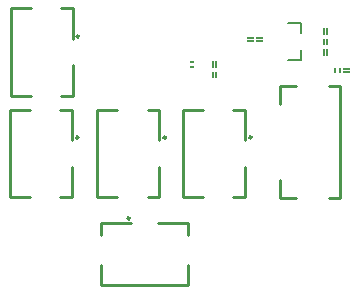
<source format=gto>
G04*
G04 #@! TF.GenerationSoftware,Altium Limited,Altium Designer,21.9.2 (33)*
G04*
G04 Layer_Color=65535*
%FSLAX25Y25*%
%MOIN*%
G70*
G04*
G04 #@! TF.SameCoordinates,6337DD35-F76D-4253-AB87-260676900378*
G04*
G04*
G04 #@! TF.FilePolarity,Positive*
G04*
G01*
G75*
%ADD10C,0.01000*%
%ADD11C,0.00100*%
%ADD12C,0.00787*%
G36*
X18400Y80800D02*
X16600D01*
Y81150D01*
X18400D01*
Y80800D01*
D02*
G37*
G36*
X15400D02*
X13600D01*
Y81150D01*
X15400D01*
Y80800D01*
D02*
G37*
G36*
X18400Y79850D02*
X16600D01*
Y80200D01*
X18400D01*
Y79850D01*
D02*
G37*
G36*
X15400D02*
X13600D01*
Y80200D01*
X15400D01*
Y79850D01*
D02*
G37*
G36*
X-4350Y72600D02*
X-5650D01*
X-5650Y72950D01*
X-4350D01*
X-4350Y72600D01*
D02*
G37*
G36*
X3150Y71100D02*
X2800D01*
Y72900D01*
X3150D01*
Y71100D01*
D02*
G37*
G36*
X2200D02*
X1850D01*
Y72900D01*
X2200D01*
Y71100D01*
D02*
G37*
G36*
X-4350Y71050D02*
X-5650D01*
Y71400D01*
X-4350D01*
Y71050D01*
D02*
G37*
G36*
X3150Y67600D02*
X2800D01*
Y69400D01*
X3150D01*
Y67600D01*
D02*
G37*
G36*
X2200D02*
X1850D01*
Y69400D01*
X2200D01*
Y67600D01*
D02*
G37*
G36*
X40150Y82100D02*
X39800D01*
Y83900D01*
X40150D01*
Y82100D01*
D02*
G37*
G36*
X39200D02*
X38850D01*
Y83900D01*
X39200D01*
Y82100D01*
D02*
G37*
G36*
X40150Y78600D02*
X39800D01*
Y80400D01*
X40150D01*
Y78600D01*
D02*
G37*
G36*
X39200D02*
X38850D01*
Y80400D01*
X39200D01*
Y78600D01*
D02*
G37*
G36*
X40150Y75100D02*
X39800D01*
Y76900D01*
X40150D01*
Y75100D01*
D02*
G37*
G36*
X39200D02*
X38850D01*
Y76900D01*
X39200D01*
Y75100D01*
D02*
G37*
G36*
X47400Y70300D02*
X45600D01*
Y70650D01*
X47400D01*
Y70300D01*
D02*
G37*
G36*
Y69350D02*
X45600D01*
Y69700D01*
X47400D01*
Y69350D01*
D02*
G37*
G36*
X44450D02*
X44100D01*
Y70650D01*
X44450D01*
Y69350D01*
D02*
G37*
G36*
X42900Y70650D02*
Y69350D01*
X42550Y69350D01*
Y70650D01*
X42900Y70650D01*
D02*
G37*
D10*
X-42649Y47515D02*
G03*
X-42649Y47515I-394J0D01*
G01*
X-42478Y81348D02*
G03*
X-42478Y81348I-394J0D01*
G01*
X15052Y47615D02*
G03*
X15052Y47615I-394J0D01*
G01*
X-25521Y20658D02*
G03*
X-25521Y20658I-394J0D01*
G01*
X-13548Y47515D02*
G03*
X-13548Y47515I-394J0D01*
G01*
X-48751Y27633D02*
X-44800D01*
Y37747D01*
X-65483Y27633D02*
X-58790D01*
X-65483D02*
Y56767D01*
X-44814Y46653D02*
Y56767D01*
X-48751D02*
X-44814D01*
X-65483D02*
X-58790D01*
X-48581Y61466D02*
X-44629D01*
Y71579D01*
X-65312Y61466D02*
X-58620D01*
X-65312D02*
Y90600D01*
X-44643Y80486D02*
Y90600D01*
X-48580D02*
X-44643D01*
X-65312D02*
X-58620D01*
X8949Y27733D02*
X12900D01*
Y37847D01*
X-7783Y27733D02*
X-1090D01*
X-7783D02*
Y56867D01*
X12886Y46753D02*
Y56867D01*
X8949D02*
X12886D01*
X-7783D02*
X-1090D01*
X-6033Y14949D02*
Y18900D01*
X-16147D02*
X-6033D01*
Y-1783D02*
Y4910D01*
X-35167Y-1783D02*
X-6033D01*
X-35167Y18886D02*
X-25053D01*
X-35167Y14949D02*
Y18886D01*
Y-1783D02*
Y4910D01*
X-19651Y27633D02*
X-15700D01*
Y37747D01*
X-36383Y27633D02*
X-29690D01*
X-36383D02*
Y56767D01*
X-15714Y46653D02*
Y56767D01*
X-19651D02*
X-15714D01*
X-36383D02*
X-29690D01*
X41000Y27437D02*
X44500D01*
Y27500D02*
Y64500D01*
X24500Y27437D02*
Y33437D01*
Y27437D02*
X30000D01*
X24500Y58563D02*
Y64563D01*
X30000D01*
X41000D02*
X44500D01*
D11*
X44450Y69350D02*
Y70650D01*
X44100Y69350D02*
X44450D01*
X44100D02*
Y70650D01*
X44450D01*
X42550Y69350D02*
X42900Y69350D01*
Y70650D01*
X42550Y70650D02*
X42900Y70650D01*
X42550Y69350D02*
Y70650D01*
X47400Y70300D02*
Y70650D01*
X45600Y70300D02*
Y70650D01*
Y70300D02*
X47400D01*
X45600Y70650D02*
X47400D01*
X45600Y69350D02*
X47400D01*
X45600Y69700D02*
X47400D01*
Y69350D02*
Y69700D01*
X45600Y69350D02*
Y69700D01*
X-5650Y72950D02*
X-4350D01*
X-4350Y72600D02*
X-4350Y72950D01*
X-5650Y72600D02*
X-4350D01*
X-5650Y72950D02*
X-5650Y72600D01*
X-4350Y71050D02*
Y71400D01*
X-5650D02*
X-4350D01*
X-5650Y71050D02*
Y71400D01*
Y71050D02*
X-4350D01*
X1850Y72900D02*
X2200D01*
X1850Y71100D02*
X2200D01*
Y72900D01*
X1850Y71100D02*
Y72900D01*
X3150Y71100D02*
Y72900D01*
X2800Y71100D02*
Y72900D01*
X3150D01*
X2800Y71100D02*
X3150D01*
X1850Y69400D02*
X2200D01*
X1850Y67600D02*
X2200D01*
Y69400D01*
X1850Y67600D02*
Y69400D01*
X3150Y67600D02*
Y69400D01*
X2800Y67600D02*
Y69400D01*
X3150D01*
X2800Y67600D02*
X3150D01*
X38850Y83900D02*
X39200D01*
X38850Y82100D02*
X39200D01*
Y83900D01*
X38850Y82100D02*
Y83900D01*
X40150Y82100D02*
Y83900D01*
X39800Y82100D02*
Y83900D01*
X40150D01*
X39800Y82100D02*
X40150D01*
X38850Y80400D02*
X39200D01*
X38850Y78600D02*
X39200D01*
Y80400D01*
X38850Y78600D02*
Y80400D01*
X40150Y78600D02*
Y80400D01*
X39800Y78600D02*
Y80400D01*
X40150D01*
X39800Y78600D02*
X40150D01*
X18400Y80800D02*
Y81150D01*
X16600Y80800D02*
Y81150D01*
Y80800D02*
X18400D01*
X16600Y81150D02*
X18400D01*
X16600Y79850D02*
X18400D01*
X16600Y80200D02*
X18400D01*
Y79850D02*
Y80200D01*
X16600Y79850D02*
Y80200D01*
X15400Y80800D02*
Y81150D01*
X13600Y80800D02*
Y81150D01*
Y80800D02*
X15400D01*
X13600Y81150D02*
X15400D01*
X13600Y79850D02*
X15400D01*
X13600Y80200D02*
X15400D01*
Y79850D02*
Y80200D01*
X13600Y79850D02*
Y80200D01*
X38850Y76900D02*
X39200D01*
X38850Y75100D02*
X39200D01*
Y76900D01*
X38850Y75100D02*
Y76900D01*
X40150Y75100D02*
Y76900D01*
X39800Y75100D02*
Y76900D01*
X40150D01*
X39800Y75100D02*
X40150D01*
D12*
X31543Y73398D02*
Y76744D01*
X27213Y73398D02*
X31543D01*
Y82256D02*
Y85602D01*
X27213D02*
X31543D01*
M02*

</source>
